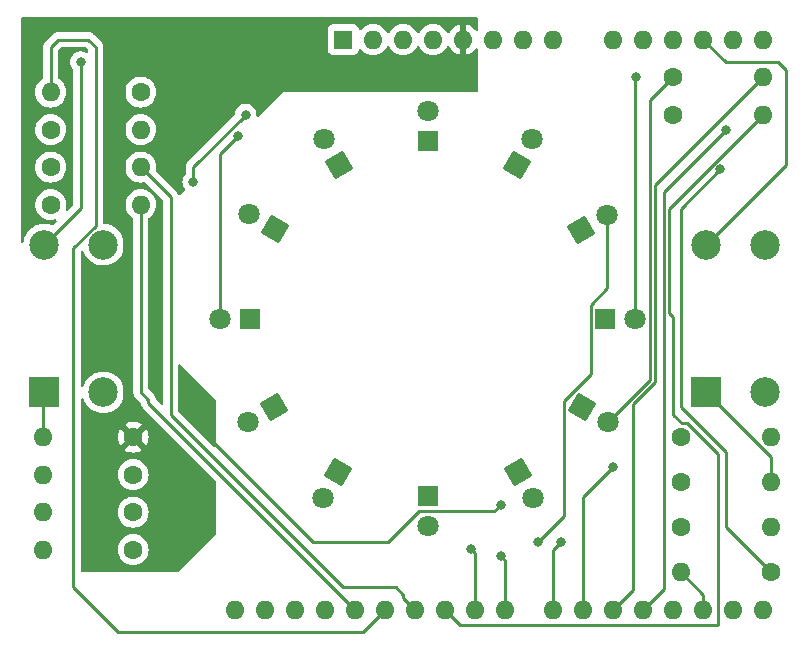
<source format=gbr>
%TF.GenerationSoftware,KiCad,Pcbnew,(6.0.7)*%
%TF.CreationDate,2022-08-22T17:26:44+09:00*%
%TF.ProjectId,LedRouletteShield,4c656452-6f75-46c6-9574-746553686965,rev?*%
%TF.SameCoordinates,Original*%
%TF.FileFunction,Copper,L1,Top*%
%TF.FilePolarity,Positive*%
%FSLAX46Y46*%
G04 Gerber Fmt 4.6, Leading zero omitted, Abs format (unit mm)*
G04 Created by KiCad (PCBNEW (6.0.7)) date 2022-08-22 17:26:44*
%MOMM*%
%LPD*%
G01*
G04 APERTURE LIST*
G04 Aperture macros list*
%AMRotRect*
0 Rectangle, with rotation*
0 The origin of the aperture is its center*
0 $1 length*
0 $2 width*
0 $3 Rotation angle, in degrees counterclockwise*
0 Add horizontal line*
21,1,$1,$2,0,0,$3*%
G04 Aperture macros list end*
%TA.AperFunction,ComponentPad*%
%ADD10R,1.600000X1.600000*%
%TD*%
%TA.AperFunction,ComponentPad*%
%ADD11O,1.600000X1.600000*%
%TD*%
%TA.AperFunction,ComponentPad*%
%ADD12C,1.600000*%
%TD*%
%TA.AperFunction,ComponentPad*%
%ADD13RotRect,1.800000X1.800000X150.000000*%
%TD*%
%TA.AperFunction,ComponentPad*%
%ADD14C,1.800000*%
%TD*%
%TA.AperFunction,ComponentPad*%
%ADD15R,2.500000X2.500000*%
%TD*%
%TA.AperFunction,ComponentPad*%
%ADD16C,2.500000*%
%TD*%
%TA.AperFunction,ComponentPad*%
%ADD17R,1.800000X1.800000*%
%TD*%
%TA.AperFunction,ComponentPad*%
%ADD18RotRect,1.800000X1.800000X330.000000*%
%TD*%
%TA.AperFunction,ComponentPad*%
%ADD19RotRect,1.800000X1.800000X240.000000*%
%TD*%
%TA.AperFunction,ComponentPad*%
%ADD20RotRect,1.800000X1.800000X210.000000*%
%TD*%
%TA.AperFunction,ComponentPad*%
%ADD21RotRect,1.800000X1.800000X60.000000*%
%TD*%
%TA.AperFunction,ComponentPad*%
%ADD22RotRect,1.800000X1.800000X30.000000*%
%TD*%
%TA.AperFunction,ComponentPad*%
%ADD23RotRect,1.800000X1.800000X300.000000*%
%TD*%
%TA.AperFunction,ComponentPad*%
%ADD24RotRect,1.800000X1.800000X120.000000*%
%TD*%
%TA.AperFunction,ViaPad*%
%ADD25C,0.800000*%
%TD*%
%TA.AperFunction,Conductor*%
%ADD26C,0.250000*%
%TD*%
G04 APERTURE END LIST*
D10*
%TO.P,A1,1,NC*%
%TO.N,unconnected-(A1-Pad1)*%
X170815000Y-32385000D03*
D11*
%TO.P,A1,2,IOREF*%
%TO.N,unconnected-(A1-Pad2)*%
X173355000Y-32385000D03*
%TO.P,A1,3,~{RESET}*%
%TO.N,unconnected-(A1-Pad3)*%
X175895000Y-32385000D03*
%TO.P,A1,4,3V3*%
%TO.N,unconnected-(A1-Pad4)*%
X178435000Y-32385000D03*
%TO.P,A1,5,+5V*%
%TO.N,+5V*%
X180975000Y-32385000D03*
%TO.P,A1,6,GND*%
%TO.N,GND*%
X183515000Y-32385000D03*
%TO.P,A1,7,GND*%
X186055000Y-32385000D03*
%TO.P,A1,8,VIN*%
%TO.N,unconnected-(A1-Pad8)*%
X188595000Y-32385000D03*
%TO.P,A1,9,A0*%
%TO.N,unconnected-(A1-Pad9)*%
X193675000Y-32385000D03*
%TO.P,A1,10,A1*%
%TO.N,unconnected-(A1-Pad10)*%
X196215000Y-32385000D03*
%TO.P,A1,11,A2*%
%TO.N,A2*%
X198755000Y-32385000D03*
%TO.P,A1,12,A3*%
%TO.N,A3*%
X201295000Y-32385000D03*
%TO.P,A1,13,SDA/A4*%
%TO.N,unconnected-(A1-Pad13)*%
X203835000Y-32385000D03*
%TO.P,A1,14,SCL/A5*%
%TO.N,unconnected-(A1-Pad14)*%
X206375000Y-32385000D03*
%TO.P,A1,15,D0/RX*%
%TO.N,unconnected-(A1-Pad15)*%
X206375000Y-80645000D03*
%TO.P,A1,16,D1/TX*%
%TO.N,unconnected-(A1-Pad16)*%
X203835000Y-80645000D03*
%TO.P,A1,17,D2*%
%TO.N,S01*%
X201295000Y-80645000D03*
%TO.P,A1,18,D3*%
%TO.N,S02*%
X198755000Y-80645000D03*
%TO.P,A1,19,D4*%
%TO.N,S03*%
X196215000Y-80645000D03*
%TO.P,A1,20,D5*%
%TO.N,S04*%
X193675000Y-80645000D03*
%TO.P,A1,21,D6*%
%TO.N,S05*%
X191135000Y-80645000D03*
%TO.P,A1,22,D7*%
%TO.N,S06*%
X188595000Y-80645000D03*
%TO.P,A1,23,D8*%
%TO.N,S07*%
X184535000Y-80645000D03*
%TO.P,A1,24,D9*%
%TO.N,S08*%
X181995000Y-80645000D03*
%TO.P,A1,25,D10*%
%TO.N,S09*%
X179455000Y-80645000D03*
%TO.P,A1,26,D11*%
%TO.N,S10*%
X176915000Y-80645000D03*
%TO.P,A1,27,D12*%
%TO.N,S11*%
X174375000Y-80645000D03*
%TO.P,A1,28,D13*%
%TO.N,S12*%
X171835000Y-80645000D03*
%TO.P,A1,29,GND*%
%TO.N,GND*%
X169295000Y-80645000D03*
%TO.P,A1,30,AREF*%
%TO.N,unconnected-(A1-Pad30)*%
X166755000Y-80645000D03*
%TO.P,A1,31,SDA/A4*%
%TO.N,unconnected-(A1-Pad31)*%
X164215000Y-80645000D03*
%TO.P,A1,32,SCL/A5*%
%TO.N,unconnected-(A1-Pad32)*%
X161675000Y-80645000D03*
%TD*%
D12*
%TO.P,R9,1*%
%TO.N,Net-(D7-Pad2)*%
X153035000Y-72390000D03*
D11*
%TO.P,R9,2*%
%TO.N,S07*%
X145415000Y-72390000D03*
%TD*%
D13*
%TO.P,D10,1,K*%
%TO.N,GND*%
X165020000Y-48450000D03*
D14*
%TO.P,D10,2,A*%
%TO.N,Net-(D10-Pad2)*%
X162820295Y-47180000D03*
%TD*%
D15*
%TO.P,S2,1*%
%TO.N,Net-(R2-Pad2)*%
X201500000Y-62250000D03*
D16*
%TO.P,S2,2*%
%TO.N,GND*%
X206500000Y-62250000D03*
%TO.P,S2,3*%
%TO.N,A3*%
X201500000Y-49750000D03*
%TO.P,S2,4*%
%TO.N,unconnected-(S2-Pad4)*%
X206500000Y-49750000D03*
%TD*%
D12*
%TO.P,R4,1*%
%TO.N,Net-(D2-Pad2)*%
X153035000Y-75565000D03*
D11*
%TO.P,R4,2*%
%TO.N,S02*%
X145415000Y-75565000D03*
%TD*%
D12*
%TO.P,R7,1*%
%TO.N,Net-(D5-Pad2)*%
X199390000Y-66040000D03*
D11*
%TO.P,R7,2*%
%TO.N,S05*%
X207010000Y-66040000D03*
%TD*%
D12*
%TO.P,R11,1*%
%TO.N,Net-(D9-Pad2)*%
X198755000Y-38735000D03*
D11*
%TO.P,R11,2*%
%TO.N,S09*%
X206375000Y-38735000D03*
%TD*%
D17*
%TO.P,D12,1,K*%
%TO.N,GND*%
X178000000Y-41000000D03*
D14*
%TO.P,D12,2,A*%
%TO.N,Net-(D12-Pad2)*%
X178000000Y-38460000D03*
%TD*%
D12*
%TO.P,R1,1*%
%TO.N,+5V*%
X153035000Y-66040000D03*
D11*
%TO.P,R1,2*%
%TO.N,Net-(R1-Pad2)*%
X145415000Y-66040000D03*
%TD*%
D15*
%TO.P,S1,1*%
%TO.N,Net-(R1-Pad2)*%
X145500000Y-62250000D03*
D16*
%TO.P,S1,2*%
%TO.N,GND*%
X150500000Y-62250000D03*
%TO.P,S1,3*%
%TO.N,A2*%
X145500000Y-49750000D03*
%TO.P,S1,4*%
%TO.N,unconnected-(S1-Pad4)*%
X150500000Y-49750000D03*
%TD*%
D18*
%TO.P,D4,1,K*%
%TO.N,GND*%
X191050000Y-63480000D03*
D14*
%TO.P,D4,2,A*%
%TO.N,Net-(D4-Pad2)*%
X193249705Y-64750000D03*
%TD*%
D19*
%TO.P,D7,1,K*%
%TO.N,GND*%
X170390000Y-69000000D03*
D14*
%TO.P,D7,2,A*%
%TO.N,Net-(D7-Pad2)*%
X169120000Y-71199705D03*
%TD*%
D12*
%TO.P,R10,1*%
%TO.N,Net-(D8-Pad2)*%
X153035000Y-69215000D03*
D11*
%TO.P,R10,2*%
%TO.N,S08*%
X145415000Y-69215000D03*
%TD*%
D20*
%TO.P,D8,1,K*%
%TO.N,GND*%
X164970000Y-63500000D03*
D14*
%TO.P,D8,2,A*%
%TO.N,Net-(D8-Pad2)*%
X162770295Y-64770000D03*
%TD*%
D21*
%TO.P,D1,1,K*%
%TO.N,GND*%
X185500000Y-43030000D03*
D14*
%TO.P,D1,2,A*%
%TO.N,Net-(D1-Pad2)*%
X186770000Y-40830295D03*
%TD*%
D12*
%TO.P,R5,1*%
%TO.N,Net-(D3-Pad2)*%
X146050000Y-40005000D03*
D11*
%TO.P,R5,2*%
%TO.N,S03*%
X153670000Y-40005000D03*
%TD*%
D12*
%TO.P,R12,1*%
%TO.N,Net-(D10-Pad2)*%
X146050000Y-43180000D03*
D11*
%TO.P,R12,2*%
%TO.N,S10*%
X153670000Y-43180000D03*
%TD*%
D22*
%TO.P,D2,1,K*%
%TO.N,GND*%
X190950000Y-48500000D03*
D14*
%TO.P,D2,2,A*%
%TO.N,Net-(D2-Pad2)*%
X193149705Y-47230000D03*
%TD*%
D12*
%TO.P,R6,1*%
%TO.N,Net-(D4-Pad2)*%
X198755000Y-35560000D03*
D11*
%TO.P,R6,2*%
%TO.N,S04*%
X206375000Y-35560000D03*
%TD*%
D17*
%TO.P,D6,1,K*%
%TO.N,GND*%
X177980000Y-71070000D03*
D14*
%TO.P,D6,2,A*%
%TO.N,Net-(D6-Pad2)*%
X177980000Y-73610000D03*
%TD*%
D12*
%TO.P,R13,1*%
%TO.N,Net-(D11-Pad2)*%
X153670000Y-36830000D03*
D11*
%TO.P,R13,2*%
%TO.N,S11*%
X146050000Y-36830000D03*
%TD*%
D17*
%TO.P,D9,1,K*%
%TO.N,GND*%
X162965000Y-56020000D03*
D14*
%TO.P,D9,2,A*%
%TO.N,Net-(D9-Pad2)*%
X160425000Y-56020000D03*
%TD*%
D12*
%TO.P,R14,1*%
%TO.N,Net-(D12-Pad2)*%
X146050000Y-46355000D03*
D11*
%TO.P,R14,2*%
%TO.N,S12*%
X153670000Y-46355000D03*
%TD*%
D23*
%TO.P,D5,1,K*%
%TO.N,GND*%
X185580000Y-68980000D03*
D14*
%TO.P,D5,2,A*%
%TO.N,Net-(D5-Pad2)*%
X186850000Y-71179705D03*
%TD*%
D12*
%TO.P,R3,1*%
%TO.N,Net-(D1-Pad2)*%
X207010000Y-77470000D03*
D11*
%TO.P,R3,2*%
%TO.N,S01*%
X199390000Y-77470000D03*
%TD*%
D12*
%TO.P,R2,1*%
%TO.N,+5V*%
X199390000Y-69850000D03*
D11*
%TO.P,R2,2*%
%TO.N,Net-(R2-Pad2)*%
X207010000Y-69850000D03*
%TD*%
D12*
%TO.P,R8,1*%
%TO.N,Net-(D6-Pad2)*%
X199390000Y-73660000D03*
D11*
%TO.P,R8,2*%
%TO.N,S06*%
X207010000Y-73660000D03*
%TD*%
D24*
%TO.P,D11,1,K*%
%TO.N,GND*%
X170450000Y-42980000D03*
D14*
%TO.P,D11,2,A*%
%TO.N,Net-(D11-Pad2)*%
X169180000Y-40780295D03*
%TD*%
D17*
%TO.P,D3,1,K*%
%TO.N,GND*%
X193010000Y-56040000D03*
D14*
%TO.P,D3,2,A*%
%TO.N,Net-(D3-Pad2)*%
X195550000Y-56040000D03*
%TD*%
D25*
%TO.N,+5V*%
X153035000Y-33565500D03*
X184150000Y-71755000D03*
X158750000Y-64135000D03*
%TO.N,A2*%
X148590000Y-34290000D03*
%TO.N,S03*%
X203200000Y-40005000D03*
%TO.N,S05*%
X193675000Y-68580000D03*
%TO.N,S06*%
X189230000Y-74930000D03*
%TO.N,S07*%
X184150000Y-76110500D03*
%TO.N,S08*%
X181610000Y-75475500D03*
%TO.N,Net-(D1-Pad2)*%
X202759800Y-43374800D03*
%TO.N,Net-(D2-Pad2)*%
X187325000Y-74930000D03*
%TO.N,Net-(D3-Pad2)*%
X195580000Y-35560000D03*
%TO.N,Net-(D9-Pad2)*%
X161925000Y-40550500D03*
%TO.N,Net-(D12-Pad2)*%
X158115000Y-44450000D03*
X162560000Y-38735000D03*
%TD*%
D26*
%TO.N,+5V*%
X168276396Y-74930000D02*
X158750000Y-65403604D01*
X183610000Y-72295000D02*
X177260000Y-72295000D01*
X152235001Y-34454999D02*
X153035000Y-33655000D01*
X152235001Y-65240001D02*
X152235001Y-34454999D01*
X153035000Y-66040000D02*
X152235001Y-65240001D01*
X174625000Y-74930000D02*
X168276396Y-74930000D01*
X177260000Y-72295000D02*
X174625000Y-74930000D01*
X153035000Y-33655000D02*
X153035000Y-33565500D01*
X184150000Y-71755000D02*
X183610000Y-72295000D01*
X158750000Y-65403604D02*
X158750000Y-64135000D01*
%TO.N,A2*%
X148590000Y-34290000D02*
X148590000Y-46660000D01*
X148590000Y-46660000D02*
X145500000Y-49750000D01*
%TO.N,A3*%
X207645000Y-34290000D02*
X208280000Y-34925000D01*
X208280000Y-42970000D02*
X201500000Y-49750000D01*
X203200000Y-34290000D02*
X207645000Y-34290000D01*
X201295000Y-32385000D02*
X203200000Y-34290000D01*
X208280000Y-34925000D02*
X208280000Y-42970000D01*
%TO.N,S01*%
X201295000Y-80645000D02*
X201295000Y-79375000D01*
X201295000Y-79375000D02*
X199390000Y-77470000D01*
%TO.N,S03*%
X196215000Y-80645000D02*
X197936399Y-78923601D01*
X197936399Y-78923601D02*
X197936399Y-45268601D01*
X197936399Y-45268601D02*
X203200000Y-40005000D01*
%TO.N,S04*%
X195358050Y-63278051D02*
X195358050Y-78961950D01*
X206375000Y-35560000D02*
X197225000Y-44710000D01*
X197225000Y-61411101D02*
X195358050Y-63278051D01*
X195358050Y-78961950D02*
X193675000Y-80645000D01*
X197225000Y-44710000D02*
X197225000Y-61411101D01*
%TO.N,S05*%
X193675000Y-68580000D02*
X191135000Y-71120000D01*
X191135000Y-71120000D02*
X191135000Y-80645000D01*
%TO.N,S06*%
X188595000Y-75565000D02*
X188595000Y-80645000D01*
X189230000Y-74930000D02*
X188595000Y-75565000D01*
%TO.N,S07*%
X184150000Y-76110500D02*
X184535000Y-76495500D01*
X184535000Y-76495500D02*
X184535000Y-80645000D01*
%TO.N,S08*%
X181610000Y-75475500D02*
X181995000Y-75860500D01*
X181995000Y-75860500D02*
X181995000Y-80645000D01*
%TO.N,S09*%
X199465991Y-64845991D02*
X199925000Y-64845991D01*
X206375000Y-38735000D02*
X198386399Y-46723601D01*
X198755000Y-64135000D02*
X199465991Y-64845991D01*
X180725000Y-81915000D02*
X179455000Y-80645000D01*
X198755000Y-55880000D02*
X198755000Y-64135000D01*
X202565000Y-67485991D02*
X202565000Y-81915000D01*
X199925000Y-64845991D02*
X202565000Y-67485991D01*
X198386399Y-55511399D02*
X198755000Y-55880000D01*
X202565000Y-81915000D02*
X180725000Y-81915000D01*
X198386399Y-46723601D02*
X198386399Y-55511399D01*
%TO.N,S10*%
X156210000Y-45720000D02*
X156210000Y-64135000D01*
X175895000Y-79625000D02*
X176915000Y-80645000D01*
X170815000Y-78740000D02*
X175260000Y-78740000D01*
X153670000Y-43180000D02*
X156210000Y-45720000D01*
X156210000Y-64135000D02*
X170815000Y-78740000D01*
X175895000Y-79375000D02*
X175895000Y-79625000D01*
X175260000Y-78740000D02*
X175895000Y-79375000D01*
%TO.N,S11*%
X149847613Y-33007613D02*
X149847613Y-48175000D01*
X146685000Y-32385000D02*
X149225000Y-32385000D01*
X172470000Y-82550000D02*
X174375000Y-80645000D01*
X146050000Y-33020000D02*
X146685000Y-32385000D01*
X147955000Y-50067613D02*
X147955000Y-78740000D01*
X151765000Y-82550000D02*
X172470000Y-82550000D01*
X149847613Y-48175000D02*
X147955000Y-50067613D01*
X149225000Y-32385000D02*
X149847613Y-33007613D01*
X147955000Y-78740000D02*
X151765000Y-82550000D01*
X146050000Y-36830000D02*
X146050000Y-33020000D01*
%TO.N,S12*%
X171835000Y-80645000D02*
X154305000Y-63115000D01*
X154305000Y-63115000D02*
X154305000Y-62865000D01*
X153670000Y-62230000D02*
X153670000Y-46355000D01*
X154305000Y-62865000D02*
X153670000Y-62230000D01*
%TO.N,Net-(D1-Pad2)*%
X207010000Y-77470000D02*
X203200000Y-73660000D01*
X199390000Y-59055000D02*
X199390000Y-46744600D01*
X203200000Y-67310000D02*
X199390000Y-63500000D01*
X203200000Y-73660000D02*
X203200000Y-67310000D01*
X199390000Y-63500000D02*
X199390000Y-59055000D01*
X199390000Y-46744600D02*
X202759800Y-43374800D01*
%TO.N,Net-(D2-Pad2)*%
X191770000Y-54830000D02*
X191770000Y-60741534D01*
X189495577Y-72759423D02*
X187325000Y-74930000D01*
X191770000Y-60741534D02*
X189495577Y-63015957D01*
X193149705Y-47230000D02*
X193149705Y-53450295D01*
X189495577Y-63015957D02*
X189495577Y-72759423D01*
X193149705Y-53450295D02*
X191770000Y-54830000D01*
%TO.N,Net-(D3-Pad2)*%
X195550000Y-35590000D02*
X195580000Y-35560000D01*
X195550000Y-56040000D02*
X195550000Y-35590000D01*
%TO.N,Net-(D4-Pad2)*%
X198755000Y-35560000D02*
X196775000Y-37540000D01*
X196775000Y-37540000D02*
X196775000Y-61224705D01*
X196775000Y-61224705D02*
X193249705Y-64750000D01*
%TO.N,Net-(D9-Pad2)*%
X160425000Y-42050500D02*
X160425000Y-56020000D01*
X161925000Y-40550500D02*
X160425000Y-42050500D01*
%TO.N,Net-(D12-Pad2)*%
X158115000Y-44450000D02*
X158115000Y-43180000D01*
X158115000Y-43180000D02*
X162560000Y-38735000D01*
%TO.N,Net-(R1-Pad2)*%
X145415000Y-62335000D02*
X145500000Y-62250000D01*
X145415000Y-66040000D02*
X145415000Y-62335000D01*
%TO.N,Net-(R2-Pad2)*%
X207010000Y-69850000D02*
X207010000Y-67760000D01*
X207010000Y-67760000D02*
X201500000Y-62250000D01*
%TD*%
%TA.AperFunction,Conductor*%
%TO.N,+5V*%
G36*
X182187121Y-30500002D02*
G01*
X182233614Y-30553658D01*
X182245000Y-30606000D01*
X182245000Y-31518699D01*
X182224998Y-31586820D01*
X182171342Y-31633313D01*
X182101068Y-31643417D01*
X182036488Y-31613923D01*
X182015787Y-31590970D01*
X181983972Y-31545533D01*
X181976916Y-31537125D01*
X181822875Y-31383084D01*
X181814467Y-31376028D01*
X181636007Y-31251069D01*
X181626511Y-31245586D01*
X181429053Y-31153510D01*
X181418761Y-31149764D01*
X181246497Y-31103606D01*
X181232401Y-31103942D01*
X181229000Y-31111884D01*
X181229000Y-33652967D01*
X181232973Y-33666498D01*
X181241522Y-33667727D01*
X181418761Y-33620236D01*
X181429053Y-33616490D01*
X181626511Y-33524414D01*
X181636007Y-33518931D01*
X181814467Y-33393972D01*
X181822875Y-33386916D01*
X181976916Y-33232875D01*
X181983972Y-33224467D01*
X182015787Y-33179030D01*
X182071244Y-33134702D01*
X182141863Y-33127393D01*
X182205224Y-33159424D01*
X182241209Y-33220625D01*
X182245000Y-33251301D01*
X182245000Y-36704000D01*
X182224998Y-36772121D01*
X182171342Y-36818614D01*
X182119000Y-36830000D01*
X165735000Y-36830000D01*
X163683232Y-38881768D01*
X163620920Y-38915794D01*
X163550105Y-38910729D01*
X163493269Y-38868182D01*
X163468458Y-38801662D01*
X163468827Y-38779504D01*
X163472814Y-38741567D01*
X163472814Y-38741565D01*
X163473504Y-38735000D01*
X163453542Y-38545072D01*
X163394527Y-38363444D01*
X163299040Y-38198056D01*
X163171253Y-38056134D01*
X163016752Y-37943882D01*
X163010724Y-37941198D01*
X163010722Y-37941197D01*
X162848319Y-37868891D01*
X162848318Y-37868891D01*
X162842288Y-37866206D01*
X162748887Y-37846353D01*
X162661944Y-37827872D01*
X162661939Y-37827872D01*
X162655487Y-37826500D01*
X162464513Y-37826500D01*
X162458061Y-37827872D01*
X162458056Y-37827872D01*
X162371113Y-37846353D01*
X162277712Y-37866206D01*
X162271682Y-37868891D01*
X162271681Y-37868891D01*
X162109278Y-37941197D01*
X162109276Y-37941198D01*
X162103248Y-37943882D01*
X161948747Y-38056134D01*
X161820960Y-38198056D01*
X161725473Y-38363444D01*
X161666458Y-38545072D01*
X161651018Y-38691981D01*
X161649093Y-38710292D01*
X161622080Y-38775949D01*
X161612878Y-38786217D01*
X157722747Y-42676348D01*
X157714461Y-42683888D01*
X157707982Y-42688000D01*
X157702557Y-42693777D01*
X157661357Y-42737651D01*
X157658602Y-42740493D01*
X157638865Y-42760230D01*
X157636385Y-42763427D01*
X157628682Y-42772447D01*
X157598414Y-42804679D01*
X157594595Y-42811625D01*
X157594593Y-42811628D01*
X157588652Y-42822434D01*
X157577801Y-42838953D01*
X157565386Y-42854959D01*
X157562241Y-42862228D01*
X157562238Y-42862232D01*
X157547826Y-42895537D01*
X157542609Y-42906187D01*
X157521305Y-42944940D01*
X157519334Y-42952615D01*
X157519334Y-42952616D01*
X157516267Y-42964562D01*
X157509863Y-42983266D01*
X157501819Y-43001855D01*
X157500580Y-43009678D01*
X157500577Y-43009688D01*
X157494901Y-43045524D01*
X157492495Y-43057144D01*
X157481500Y-43099970D01*
X157481500Y-43120224D01*
X157479949Y-43139934D01*
X157476780Y-43159943D01*
X157477526Y-43167835D01*
X157480941Y-43203961D01*
X157481500Y-43215819D01*
X157481500Y-43747476D01*
X157461498Y-43815597D01*
X157449142Y-43831779D01*
X157375960Y-43913056D01*
X157280473Y-44078444D01*
X157221458Y-44260072D01*
X157220768Y-44266633D01*
X157220768Y-44266635D01*
X157202186Y-44443435D01*
X157201496Y-44450000D01*
X157221458Y-44639928D01*
X157280473Y-44821556D01*
X157375960Y-44986944D01*
X157380378Y-44991851D01*
X157380379Y-44991852D01*
X157391706Y-45004432D01*
X157422423Y-45068440D01*
X157413658Y-45138893D01*
X157387164Y-45177836D01*
X157014786Y-45550214D01*
X156952474Y-45584240D01*
X156881659Y-45579175D01*
X156824823Y-45536628D01*
X156804695Y-45496275D01*
X156796018Y-45466406D01*
X156791985Y-45459587D01*
X156791983Y-45459582D01*
X156785707Y-45448971D01*
X156777010Y-45431221D01*
X156769552Y-45412383D01*
X156743571Y-45376623D01*
X156737053Y-45366701D01*
X156718578Y-45335460D01*
X156718574Y-45335455D01*
X156714542Y-45328637D01*
X156700218Y-45314313D01*
X156687376Y-45299278D01*
X156675472Y-45282893D01*
X156641406Y-45254711D01*
X156632627Y-45246722D01*
X154979152Y-43593247D01*
X154945126Y-43530935D01*
X154946540Y-43471541D01*
X154963543Y-43408087D01*
X154983498Y-43180000D01*
X154963543Y-42951913D01*
X154928849Y-42822434D01*
X154905707Y-42736067D01*
X154905706Y-42736065D01*
X154904284Y-42730757D01*
X154878913Y-42676348D01*
X154809849Y-42528238D01*
X154809846Y-42528233D01*
X154807523Y-42523251D01*
X154676198Y-42335700D01*
X154514300Y-42173802D01*
X154509792Y-42170645D01*
X154509789Y-42170643D01*
X154431611Y-42115902D01*
X154326749Y-42042477D01*
X154321767Y-42040154D01*
X154321762Y-42040151D01*
X154124225Y-41948039D01*
X154124224Y-41948039D01*
X154119243Y-41945716D01*
X154113935Y-41944294D01*
X154113933Y-41944293D01*
X153903402Y-41887881D01*
X153903400Y-41887881D01*
X153898087Y-41886457D01*
X153670000Y-41866502D01*
X153441913Y-41886457D01*
X153436600Y-41887881D01*
X153436598Y-41887881D01*
X153226067Y-41944293D01*
X153226065Y-41944294D01*
X153220757Y-41945716D01*
X153215776Y-41948039D01*
X153215775Y-41948039D01*
X153018238Y-42040151D01*
X153018233Y-42040154D01*
X153013251Y-42042477D01*
X152908389Y-42115902D01*
X152830211Y-42170643D01*
X152830208Y-42170645D01*
X152825700Y-42173802D01*
X152663802Y-42335700D01*
X152532477Y-42523251D01*
X152530154Y-42528233D01*
X152530151Y-42528238D01*
X152461087Y-42676348D01*
X152435716Y-42730757D01*
X152434294Y-42736065D01*
X152434293Y-42736067D01*
X152411151Y-42822434D01*
X152376457Y-42951913D01*
X152356502Y-43180000D01*
X152376457Y-43408087D01*
X152377880Y-43413398D01*
X152377881Y-43413402D01*
X152421534Y-43576314D01*
X152435716Y-43629243D01*
X152438039Y-43634224D01*
X152438039Y-43634225D01*
X152530151Y-43831762D01*
X152530154Y-43831767D01*
X152532477Y-43836749D01*
X152663802Y-44024300D01*
X152825700Y-44186198D01*
X152830208Y-44189355D01*
X152830211Y-44189357D01*
X152908389Y-44244098D01*
X153013251Y-44317523D01*
X153018233Y-44319846D01*
X153018238Y-44319849D01*
X153215775Y-44411961D01*
X153220757Y-44414284D01*
X153226065Y-44415706D01*
X153226067Y-44415707D01*
X153436598Y-44472119D01*
X153436600Y-44472119D01*
X153441913Y-44473543D01*
X153670000Y-44493498D01*
X153898087Y-44473543D01*
X153903398Y-44472120D01*
X153903409Y-44472118D01*
X153961541Y-44456541D01*
X154032517Y-44458230D01*
X154083248Y-44489152D01*
X155539595Y-45945499D01*
X155573621Y-46007811D01*
X155576500Y-46034594D01*
X155576500Y-63186405D01*
X155556498Y-63254526D01*
X155502842Y-63301019D01*
X155432568Y-63311123D01*
X155367988Y-63281629D01*
X155361405Y-63275500D01*
X154973697Y-62887792D01*
X154939671Y-62825480D01*
X154936854Y-62802655D01*
X154935923Y-62773036D01*
X154935674Y-62765111D01*
X154933461Y-62757493D01*
X154930021Y-62745652D01*
X154926012Y-62726293D01*
X154925846Y-62724983D01*
X154923474Y-62706203D01*
X154920558Y-62698837D01*
X154920556Y-62698831D01*
X154907200Y-62665098D01*
X154903355Y-62653868D01*
X154893230Y-62619017D01*
X154893230Y-62619016D01*
X154891019Y-62611407D01*
X154880705Y-62593966D01*
X154872008Y-62576213D01*
X154867472Y-62564758D01*
X154864552Y-62557383D01*
X154838563Y-62521612D01*
X154832047Y-62511692D01*
X154813578Y-62480463D01*
X154809542Y-62473638D01*
X154795221Y-62459317D01*
X154782380Y-62444283D01*
X154775132Y-62434307D01*
X154770472Y-62427893D01*
X154736407Y-62399712D01*
X154727626Y-62391722D01*
X154340404Y-62004499D01*
X154306379Y-61942187D01*
X154303500Y-61915404D01*
X154303500Y-47574394D01*
X154323502Y-47506273D01*
X154357229Y-47471181D01*
X154509789Y-47364357D01*
X154509792Y-47364355D01*
X154514300Y-47361198D01*
X154676198Y-47199300D01*
X154807523Y-47011749D01*
X154809846Y-47006767D01*
X154809849Y-47006762D01*
X154901961Y-46809225D01*
X154901961Y-46809224D01*
X154904284Y-46804243D01*
X154917175Y-46756136D01*
X154962119Y-46588402D01*
X154962119Y-46588400D01*
X154963543Y-46583087D01*
X154983498Y-46355000D01*
X154963543Y-46126913D01*
X154938806Y-46034594D01*
X154905707Y-45911067D01*
X154905706Y-45911065D01*
X154904284Y-45905757D01*
X154861293Y-45813562D01*
X154809849Y-45703238D01*
X154809846Y-45703233D01*
X154807523Y-45698251D01*
X154676198Y-45510700D01*
X154514300Y-45348802D01*
X154509792Y-45345645D01*
X154509789Y-45345643D01*
X154379926Y-45254712D01*
X154326749Y-45217477D01*
X154321767Y-45215154D01*
X154321762Y-45215151D01*
X154124225Y-45123039D01*
X154124224Y-45123039D01*
X154119243Y-45120716D01*
X154113935Y-45119294D01*
X154113933Y-45119293D01*
X153903402Y-45062881D01*
X153903400Y-45062881D01*
X153898087Y-45061457D01*
X153670000Y-45041502D01*
X153441913Y-45061457D01*
X153436600Y-45062881D01*
X153436598Y-45062881D01*
X153226067Y-45119293D01*
X153226065Y-45119294D01*
X153220757Y-45120716D01*
X153215776Y-45123039D01*
X153215775Y-45123039D01*
X153018238Y-45215151D01*
X153018233Y-45215154D01*
X153013251Y-45217477D01*
X152960074Y-45254712D01*
X152830211Y-45345643D01*
X152830208Y-45345645D01*
X152825700Y-45348802D01*
X152663802Y-45510700D01*
X152532477Y-45698251D01*
X152530154Y-45703233D01*
X152530151Y-45703238D01*
X152478707Y-45813562D01*
X152435716Y-45905757D01*
X152434294Y-45911065D01*
X152434293Y-45911067D01*
X152401194Y-46034594D01*
X152376457Y-46126913D01*
X152356502Y-46355000D01*
X152376457Y-46583087D01*
X152377881Y-46588400D01*
X152377881Y-46588402D01*
X152422826Y-46756136D01*
X152435716Y-46804243D01*
X152438039Y-46809224D01*
X152438039Y-46809225D01*
X152530151Y-47006762D01*
X152530154Y-47006767D01*
X152532477Y-47011749D01*
X152663802Y-47199300D01*
X152825700Y-47361198D01*
X152830208Y-47364355D01*
X152830211Y-47364357D01*
X152982771Y-47471181D01*
X153027099Y-47526638D01*
X153036500Y-47574394D01*
X153036500Y-62151233D01*
X153035973Y-62162416D01*
X153034298Y-62169909D01*
X153034547Y-62177835D01*
X153034547Y-62177836D01*
X153036438Y-62237986D01*
X153036500Y-62241945D01*
X153036500Y-62269856D01*
X153036997Y-62273790D01*
X153036997Y-62273791D01*
X153037005Y-62273856D01*
X153037938Y-62285693D01*
X153039327Y-62329889D01*
X153044978Y-62349339D01*
X153048987Y-62368700D01*
X153051526Y-62388797D01*
X153054445Y-62396168D01*
X153054445Y-62396170D01*
X153067804Y-62429912D01*
X153071649Y-62441142D01*
X153079460Y-62468029D01*
X153083982Y-62483593D01*
X153088015Y-62490412D01*
X153088017Y-62490417D01*
X153094293Y-62501028D01*
X153102988Y-62518776D01*
X153110448Y-62537617D01*
X153115110Y-62544033D01*
X153115110Y-62544034D01*
X153136436Y-62573387D01*
X153142952Y-62583307D01*
X153159571Y-62611407D01*
X153165458Y-62621362D01*
X153179779Y-62635683D01*
X153192619Y-62650716D01*
X153204528Y-62667107D01*
X153210634Y-62672158D01*
X153238605Y-62695298D01*
X153247384Y-62703288D01*
X153636304Y-63092208D01*
X153670330Y-63154520D01*
X153673147Y-63177341D01*
X153674327Y-63214889D01*
X153679978Y-63234339D01*
X153683987Y-63253700D01*
X153686526Y-63273797D01*
X153689445Y-63281168D01*
X153689445Y-63281170D01*
X153702804Y-63314912D01*
X153706649Y-63326142D01*
X153718982Y-63368593D01*
X153723015Y-63375412D01*
X153723017Y-63375417D01*
X153729293Y-63386028D01*
X153737988Y-63403776D01*
X153745448Y-63422617D01*
X153750110Y-63429033D01*
X153750110Y-63429034D01*
X153771436Y-63458387D01*
X153777952Y-63468307D01*
X153800458Y-63506362D01*
X153814779Y-63520683D01*
X153827619Y-63535716D01*
X153839528Y-63552107D01*
X153845634Y-63557158D01*
X153873605Y-63580298D01*
X153882384Y-63588288D01*
X159983095Y-69688999D01*
X160017121Y-69751311D01*
X160020000Y-69778094D01*
X160020000Y-74242810D01*
X159999998Y-74310931D01*
X159983095Y-74331905D01*
X156881905Y-77433095D01*
X156819593Y-77467121D01*
X156792810Y-77470000D01*
X148714500Y-77470000D01*
X148646379Y-77449998D01*
X148599886Y-77396342D01*
X148588500Y-77344000D01*
X148588500Y-75565000D01*
X151721502Y-75565000D01*
X151741457Y-75793087D01*
X151800716Y-76014243D01*
X151803039Y-76019224D01*
X151803039Y-76019225D01*
X151895151Y-76216762D01*
X151895154Y-76216767D01*
X151897477Y-76221749D01*
X152028802Y-76409300D01*
X152190700Y-76571198D01*
X152195208Y-76574355D01*
X152195211Y-76574357D01*
X152273389Y-76629098D01*
X152378251Y-76702523D01*
X152383233Y-76704846D01*
X152383238Y-76704849D01*
X152580775Y-76796961D01*
X152585757Y-76799284D01*
X152591065Y-76800706D01*
X152591067Y-76800707D01*
X152801598Y-76857119D01*
X152801600Y-76857119D01*
X152806913Y-76858543D01*
X153035000Y-76878498D01*
X153263087Y-76858543D01*
X153268400Y-76857119D01*
X153268402Y-76857119D01*
X153478933Y-76800707D01*
X153478935Y-76800706D01*
X153484243Y-76799284D01*
X153489225Y-76796961D01*
X153686762Y-76704849D01*
X153686767Y-76704846D01*
X153691749Y-76702523D01*
X153796611Y-76629098D01*
X153874789Y-76574357D01*
X153874792Y-76574355D01*
X153879300Y-76571198D01*
X154041198Y-76409300D01*
X154172523Y-76221749D01*
X154174846Y-76216767D01*
X154174849Y-76216762D01*
X154266961Y-76019225D01*
X154266961Y-76019224D01*
X154269284Y-76014243D01*
X154328543Y-75793087D01*
X154348498Y-75565000D01*
X154328543Y-75336913D01*
X154269284Y-75115757D01*
X154225505Y-75021872D01*
X154174849Y-74913238D01*
X154174846Y-74913233D01*
X154172523Y-74908251D01*
X154041198Y-74720700D01*
X153879300Y-74558802D01*
X153874792Y-74555645D01*
X153874789Y-74555643D01*
X153716373Y-74444719D01*
X153691749Y-74427477D01*
X153686767Y-74425154D01*
X153686762Y-74425151D01*
X153489225Y-74333039D01*
X153489224Y-74333039D01*
X153484243Y-74330716D01*
X153478935Y-74329294D01*
X153478933Y-74329293D01*
X153268402Y-74272881D01*
X153268400Y-74272881D01*
X153263087Y-74271457D01*
X153035000Y-74251502D01*
X152806913Y-74271457D01*
X152801600Y-74272881D01*
X152801598Y-74272881D01*
X152591067Y-74329293D01*
X152591065Y-74329294D01*
X152585757Y-74330716D01*
X152580776Y-74333039D01*
X152580775Y-74333039D01*
X152383238Y-74425151D01*
X152383233Y-74425154D01*
X152378251Y-74427477D01*
X152353627Y-74444719D01*
X152195211Y-74555643D01*
X152195208Y-74555645D01*
X152190700Y-74558802D01*
X152028802Y-74720700D01*
X151897477Y-74908251D01*
X151895154Y-74913233D01*
X151895151Y-74913238D01*
X151844495Y-75021872D01*
X151800716Y-75115757D01*
X151741457Y-75336913D01*
X151721502Y-75565000D01*
X148588500Y-75565000D01*
X148588500Y-72390000D01*
X151721502Y-72390000D01*
X151741457Y-72618087D01*
X151742881Y-72623400D01*
X151742881Y-72623402D01*
X151776178Y-72747665D01*
X151800716Y-72839243D01*
X151803039Y-72844224D01*
X151803039Y-72844225D01*
X151895151Y-73041762D01*
X151895154Y-73041767D01*
X151897477Y-73046749D01*
X152028802Y-73234300D01*
X152190700Y-73396198D01*
X152195208Y-73399355D01*
X152195211Y-73399357D01*
X152273389Y-73454098D01*
X152378251Y-73527523D01*
X152383233Y-73529846D01*
X152383238Y-73529849D01*
X152580775Y-73621961D01*
X152585757Y-73624284D01*
X152591065Y-73625706D01*
X152591067Y-73625707D01*
X152801598Y-73682119D01*
X152801600Y-73682119D01*
X152806913Y-73683543D01*
X153035000Y-73703498D01*
X153263087Y-73683543D01*
X153268400Y-73682119D01*
X153268402Y-73682119D01*
X153478933Y-73625707D01*
X153478935Y-73625706D01*
X153484243Y-73624284D01*
X153489225Y-73621961D01*
X153686762Y-73529849D01*
X153686767Y-73529846D01*
X153691749Y-73527523D01*
X153796611Y-73454098D01*
X153874789Y-73399357D01*
X153874792Y-73399355D01*
X153879300Y-73396198D01*
X154041198Y-73234300D01*
X154172523Y-73046749D01*
X154174846Y-73041767D01*
X154174849Y-73041762D01*
X154266961Y-72844225D01*
X154266961Y-72844224D01*
X154269284Y-72839243D01*
X154293823Y-72747665D01*
X154327119Y-72623402D01*
X154327119Y-72623400D01*
X154328543Y-72618087D01*
X154348498Y-72390000D01*
X154328543Y-72161913D01*
X154269284Y-71940757D01*
X154220875Y-71836942D01*
X154174849Y-71738238D01*
X154174846Y-71738233D01*
X154172523Y-71733251D01*
X154041198Y-71545700D01*
X153879300Y-71383802D01*
X153874792Y-71380645D01*
X153874789Y-71380643D01*
X153714983Y-71268746D01*
X153691749Y-71252477D01*
X153686767Y-71250154D01*
X153686762Y-71250151D01*
X153489225Y-71158039D01*
X153489224Y-71158039D01*
X153484243Y-71155716D01*
X153478935Y-71154294D01*
X153478933Y-71154293D01*
X153268402Y-71097881D01*
X153268400Y-71097881D01*
X153263087Y-71096457D01*
X153035000Y-71076502D01*
X152806913Y-71096457D01*
X152801600Y-71097881D01*
X152801598Y-71097881D01*
X152591067Y-71154293D01*
X152591065Y-71154294D01*
X152585757Y-71155716D01*
X152580776Y-71158039D01*
X152580775Y-71158039D01*
X152383238Y-71250151D01*
X152383233Y-71250154D01*
X152378251Y-71252477D01*
X152355017Y-71268746D01*
X152195211Y-71380643D01*
X152195208Y-71380645D01*
X152190700Y-71383802D01*
X152028802Y-71545700D01*
X151897477Y-71733251D01*
X151895154Y-71738233D01*
X151895151Y-71738238D01*
X151849125Y-71836942D01*
X151800716Y-71940757D01*
X151741457Y-72161913D01*
X151721502Y-72390000D01*
X148588500Y-72390000D01*
X148588500Y-69215000D01*
X151721502Y-69215000D01*
X151741457Y-69443087D01*
X151800716Y-69664243D01*
X151803039Y-69669224D01*
X151803039Y-69669225D01*
X151895151Y-69866762D01*
X151895154Y-69866767D01*
X151897477Y-69871749D01*
X152028802Y-70059300D01*
X152190700Y-70221198D01*
X152195208Y-70224355D01*
X152195211Y-70224357D01*
X152273389Y-70279098D01*
X152378251Y-70352523D01*
X152383233Y-70354846D01*
X152383238Y-70354849D01*
X152580775Y-70446961D01*
X152585757Y-70449284D01*
X152591065Y-70450706D01*
X152591067Y-70450707D01*
X152801598Y-70507119D01*
X152801600Y-70507119D01*
X152806913Y-70508543D01*
X153035000Y-70528498D01*
X153263087Y-70508543D01*
X153268400Y-70507119D01*
X153268402Y-70507119D01*
X153478933Y-70450707D01*
X153478935Y-70450706D01*
X153484243Y-70449284D01*
X153489225Y-70446961D01*
X153686762Y-70354849D01*
X153686767Y-70354846D01*
X153691749Y-70352523D01*
X153796611Y-70279098D01*
X153874789Y-70224357D01*
X153874792Y-70224355D01*
X153879300Y-70221198D01*
X154041198Y-70059300D01*
X154172523Y-69871749D01*
X154174846Y-69866767D01*
X154174849Y-69866762D01*
X154266961Y-69669225D01*
X154266961Y-69669224D01*
X154269284Y-69664243D01*
X154328543Y-69443087D01*
X154348498Y-69215000D01*
X154328543Y-68986913D01*
X154327119Y-68981598D01*
X154270707Y-68771067D01*
X154270706Y-68771065D01*
X154269284Y-68765757D01*
X154230336Y-68682232D01*
X154174849Y-68563238D01*
X154174846Y-68563233D01*
X154172523Y-68558251D01*
X154041198Y-68370700D01*
X153879300Y-68208802D01*
X153874792Y-68205645D01*
X153874789Y-68205643D01*
X153796611Y-68150902D01*
X153691749Y-68077477D01*
X153686767Y-68075154D01*
X153686762Y-68075151D01*
X153489225Y-67983039D01*
X153489224Y-67983039D01*
X153484243Y-67980716D01*
X153478935Y-67979294D01*
X153478933Y-67979293D01*
X153268402Y-67922881D01*
X153268400Y-67922881D01*
X153263087Y-67921457D01*
X153035000Y-67901502D01*
X152806913Y-67921457D01*
X152801600Y-67922881D01*
X152801598Y-67922881D01*
X152591067Y-67979293D01*
X152591065Y-67979294D01*
X152585757Y-67980716D01*
X152580776Y-67983039D01*
X152580775Y-67983039D01*
X152383238Y-68075151D01*
X152383233Y-68075154D01*
X152378251Y-68077477D01*
X152273389Y-68150902D01*
X152195211Y-68205643D01*
X152195208Y-68205645D01*
X152190700Y-68208802D01*
X152028802Y-68370700D01*
X151897477Y-68558251D01*
X151895154Y-68563233D01*
X151895151Y-68563238D01*
X151839664Y-68682232D01*
X151800716Y-68765757D01*
X151799294Y-68771065D01*
X151799293Y-68771067D01*
X151742881Y-68981598D01*
X151741457Y-68986913D01*
X151721502Y-69215000D01*
X148588500Y-69215000D01*
X148588500Y-67126062D01*
X152313493Y-67126062D01*
X152322789Y-67138077D01*
X152373994Y-67173931D01*
X152383489Y-67179414D01*
X152580947Y-67271490D01*
X152591239Y-67275236D01*
X152801688Y-67331625D01*
X152812481Y-67333528D01*
X153029525Y-67352517D01*
X153040475Y-67352517D01*
X153257519Y-67333528D01*
X153268312Y-67331625D01*
X153478761Y-67275236D01*
X153489053Y-67271490D01*
X153686511Y-67179414D01*
X153696006Y-67173931D01*
X153748048Y-67137491D01*
X153756424Y-67127012D01*
X153749356Y-67113566D01*
X153047812Y-66412022D01*
X153033868Y-66404408D01*
X153032035Y-66404539D01*
X153025420Y-66408790D01*
X152319923Y-67114287D01*
X152313493Y-67126062D01*
X148588500Y-67126062D01*
X148588500Y-66045475D01*
X151722483Y-66045475D01*
X151741472Y-66262519D01*
X151743375Y-66273312D01*
X151799764Y-66483761D01*
X151803510Y-66494053D01*
X151895586Y-66691511D01*
X151901069Y-66701006D01*
X151937509Y-66753048D01*
X151947988Y-66761424D01*
X151961434Y-66754356D01*
X152662978Y-66052812D01*
X152669356Y-66041132D01*
X153399408Y-66041132D01*
X153399539Y-66042965D01*
X153403790Y-66049580D01*
X154109287Y-66755077D01*
X154121062Y-66761507D01*
X154133077Y-66752211D01*
X154168931Y-66701006D01*
X154174414Y-66691511D01*
X154266490Y-66494053D01*
X154270236Y-66483761D01*
X154326625Y-66273312D01*
X154328528Y-66262519D01*
X154347517Y-66045475D01*
X154347517Y-66034525D01*
X154328528Y-65817481D01*
X154326625Y-65806688D01*
X154270236Y-65596239D01*
X154266490Y-65585947D01*
X154174414Y-65388489D01*
X154168931Y-65378994D01*
X154132491Y-65326952D01*
X154122012Y-65318576D01*
X154108566Y-65325644D01*
X153407022Y-66027188D01*
X153399408Y-66041132D01*
X152669356Y-66041132D01*
X152670592Y-66038868D01*
X152670461Y-66037035D01*
X152666210Y-66030420D01*
X151960713Y-65324923D01*
X151948938Y-65318493D01*
X151936923Y-65327789D01*
X151901069Y-65378994D01*
X151895586Y-65388489D01*
X151803510Y-65585947D01*
X151799764Y-65596239D01*
X151743375Y-65806688D01*
X151741472Y-65817481D01*
X151722483Y-66034525D01*
X151722483Y-66045475D01*
X148588500Y-66045475D01*
X148588500Y-64952988D01*
X152313576Y-64952988D01*
X152320644Y-64966434D01*
X153022188Y-65667978D01*
X153036132Y-65675592D01*
X153037965Y-65675461D01*
X153044580Y-65671210D01*
X153750077Y-64965713D01*
X153756507Y-64953938D01*
X153747211Y-64941923D01*
X153696006Y-64906069D01*
X153686511Y-64900586D01*
X153489053Y-64808510D01*
X153478761Y-64804764D01*
X153268312Y-64748375D01*
X153257519Y-64746472D01*
X153040475Y-64727483D01*
X153029525Y-64727483D01*
X152812481Y-64746472D01*
X152801688Y-64748375D01*
X152591239Y-64804764D01*
X152580947Y-64808510D01*
X152383489Y-64900586D01*
X152373994Y-64906069D01*
X152321952Y-64942509D01*
X152313576Y-64952988D01*
X148588500Y-64952988D01*
X148588500Y-62854030D01*
X148608502Y-62785909D01*
X148662158Y-62739416D01*
X148732432Y-62729312D01*
X148797012Y-62758806D01*
X148833088Y-62811451D01*
X148889026Y-62967252D01*
X148891242Y-62971376D01*
X148989829Y-63154856D01*
X149012737Y-63197491D01*
X149015532Y-63201234D01*
X149015534Y-63201237D01*
X149166330Y-63403177D01*
X149166335Y-63403183D01*
X149169122Y-63406915D01*
X149172431Y-63410195D01*
X149172436Y-63410201D01*
X149318716Y-63555209D01*
X149354743Y-63590923D01*
X149358505Y-63593681D01*
X149358508Y-63593684D01*
X149555736Y-63738297D01*
X149565524Y-63745474D01*
X149569667Y-63747654D01*
X149569669Y-63747655D01*
X149792684Y-63864989D01*
X149792689Y-63864991D01*
X149796834Y-63867172D01*
X150043590Y-63953344D01*
X150048183Y-63954216D01*
X150295785Y-64001224D01*
X150295788Y-64001224D01*
X150300374Y-64002095D01*
X150430958Y-64007226D01*
X150556875Y-64012174D01*
X150556881Y-64012174D01*
X150561543Y-64012357D01*
X150650651Y-64002598D01*
X150816707Y-63984412D01*
X150816712Y-63984411D01*
X150821360Y-63983902D01*
X150934116Y-63954216D01*
X151069594Y-63918548D01*
X151069596Y-63918547D01*
X151074117Y-63917357D01*
X151314262Y-63814182D01*
X151536519Y-63676646D01*
X151540082Y-63673629D01*
X151540087Y-63673626D01*
X151732439Y-63510787D01*
X151732440Y-63510786D01*
X151736005Y-63507768D01*
X151827194Y-63403787D01*
X151905257Y-63314774D01*
X151905261Y-63314769D01*
X151908339Y-63311259D01*
X152049733Y-63091437D01*
X152157083Y-62853129D01*
X152214170Y-62650717D01*
X152226760Y-62606076D01*
X152226761Y-62606073D01*
X152228030Y-62601572D01*
X152244305Y-62473638D01*
X152260616Y-62345421D01*
X152260616Y-62345417D01*
X152261014Y-62342291D01*
X152263431Y-62250000D01*
X152244061Y-61989348D01*
X152240734Y-61974642D01*
X152187408Y-61738980D01*
X152186377Y-61734423D01*
X152091647Y-61490823D01*
X151961951Y-61263902D01*
X151800138Y-61058643D01*
X151609763Y-60879557D01*
X151395009Y-60730576D01*
X151390816Y-60728508D01*
X151164781Y-60617040D01*
X151164778Y-60617039D01*
X151160593Y-60614975D01*
X151114449Y-60600204D01*
X150916123Y-60536720D01*
X150911665Y-60535293D01*
X150653693Y-60493279D01*
X150539942Y-60491790D01*
X150397022Y-60489919D01*
X150397019Y-60489919D01*
X150392345Y-60489858D01*
X150133362Y-60525104D01*
X149882433Y-60598243D01*
X149878180Y-60600203D01*
X149878179Y-60600204D01*
X149841659Y-60617040D01*
X149645072Y-60707668D01*
X149606067Y-60733241D01*
X149430404Y-60848410D01*
X149430399Y-60848414D01*
X149426491Y-60850976D01*
X149231494Y-61025018D01*
X149064363Y-61225970D01*
X148928771Y-61449419D01*
X148926962Y-61453733D01*
X148830697Y-61683301D01*
X148785909Y-61738387D01*
X148718448Y-61760514D01*
X148649734Y-61742656D01*
X148601583Y-61690484D01*
X148588500Y-61634576D01*
X148588500Y-50382208D01*
X148608502Y-50314087D01*
X148625405Y-50293113D01*
X148632849Y-50285669D01*
X148695161Y-50251643D01*
X148765976Y-50256708D01*
X148822812Y-50299255D01*
X148840532Y-50332186D01*
X148889026Y-50467252D01*
X148891242Y-50471376D01*
X148955753Y-50591437D01*
X149012737Y-50697491D01*
X149015532Y-50701234D01*
X149015534Y-50701237D01*
X149166330Y-50903177D01*
X149166335Y-50903183D01*
X149169122Y-50906915D01*
X149172431Y-50910195D01*
X149172436Y-50910201D01*
X149351426Y-51087635D01*
X149354743Y-51090923D01*
X149358505Y-51093681D01*
X149358508Y-51093684D01*
X149561750Y-51242707D01*
X149565524Y-51245474D01*
X149569667Y-51247654D01*
X149569669Y-51247655D01*
X149792684Y-51364989D01*
X149792689Y-51364991D01*
X149796834Y-51367172D01*
X150043590Y-51453344D01*
X150048183Y-51454216D01*
X150295785Y-51501224D01*
X150295788Y-51501224D01*
X150300374Y-51502095D01*
X150430959Y-51507226D01*
X150556875Y-51512174D01*
X150556881Y-51512174D01*
X150561543Y-51512357D01*
X150640977Y-51503657D01*
X150816707Y-51484412D01*
X150816712Y-51484411D01*
X150821360Y-51483902D01*
X150934116Y-51454216D01*
X151069594Y-51418548D01*
X151069596Y-51418547D01*
X151074117Y-51417357D01*
X151314262Y-51314182D01*
X151536519Y-51176646D01*
X151540082Y-51173629D01*
X151540087Y-51173626D01*
X151732439Y-51010787D01*
X151732440Y-51010786D01*
X151736005Y-51007768D01*
X151827729Y-50903177D01*
X151905257Y-50814774D01*
X151905261Y-50814769D01*
X151908339Y-50811259D01*
X152049733Y-50591437D01*
X152157083Y-50353129D01*
X152194275Y-50221256D01*
X152226760Y-50106076D01*
X152226761Y-50106073D01*
X152228030Y-50101572D01*
X152239106Y-50014507D01*
X152260616Y-49845421D01*
X152260616Y-49845417D01*
X152261014Y-49842291D01*
X152263431Y-49750000D01*
X152259436Y-49696244D01*
X152244407Y-49494000D01*
X152244406Y-49493996D01*
X152244061Y-49489348D01*
X152240625Y-49474160D01*
X152187408Y-49238980D01*
X152186377Y-49234423D01*
X152113226Y-49046314D01*
X152093340Y-48995176D01*
X152093339Y-48995173D01*
X152091647Y-48990823D01*
X151961951Y-48763902D01*
X151800138Y-48558643D01*
X151609763Y-48379557D01*
X151395009Y-48230576D01*
X151390816Y-48228508D01*
X151164781Y-48117040D01*
X151164778Y-48117039D01*
X151160593Y-48114975D01*
X151146901Y-48110592D01*
X150916123Y-48036720D01*
X150911665Y-48035293D01*
X150653693Y-47993279D01*
X150605464Y-47992648D01*
X150537611Y-47971757D01*
X150491824Y-47917497D01*
X150481113Y-47866659D01*
X150481113Y-40005000D01*
X152356502Y-40005000D01*
X152376457Y-40233087D01*
X152435716Y-40454243D01*
X152438039Y-40459224D01*
X152438039Y-40459225D01*
X152530151Y-40656762D01*
X152530154Y-40656767D01*
X152532477Y-40661749D01*
X152663802Y-40849300D01*
X152825700Y-41011198D01*
X152830208Y-41014355D01*
X152830211Y-41014357D01*
X152908389Y-41069098D01*
X153013251Y-41142523D01*
X153018233Y-41144846D01*
X153018238Y-41144849D01*
X153215775Y-41236961D01*
X153220757Y-41239284D01*
X153226065Y-41240706D01*
X153226067Y-41240707D01*
X153436598Y-41297119D01*
X153436600Y-41297119D01*
X153441913Y-41298543D01*
X153670000Y-41318498D01*
X153898087Y-41298543D01*
X153903400Y-41297119D01*
X153903402Y-41297119D01*
X154113933Y-41240707D01*
X154113935Y-41240706D01*
X154119243Y-41239284D01*
X154124225Y-41236961D01*
X154321762Y-41144849D01*
X154321767Y-41144846D01*
X154326749Y-41142523D01*
X154431611Y-41069098D01*
X154509789Y-41014357D01*
X154509792Y-41014355D01*
X154514300Y-41011198D01*
X154676198Y-40849300D01*
X154807523Y-40661749D01*
X154809846Y-40656767D01*
X154809849Y-40656762D01*
X154901961Y-40459225D01*
X154901961Y-40459224D01*
X154904284Y-40454243D01*
X154963543Y-40233087D01*
X154983498Y-40005000D01*
X154963543Y-39776913D01*
X154952778Y-39736739D01*
X154905707Y-39561067D01*
X154905706Y-39561065D01*
X154904284Y-39555757D01*
X154901961Y-39550775D01*
X154809849Y-39353238D01*
X154809846Y-39353233D01*
X154807523Y-39348251D01*
X154676198Y-39160700D01*
X154514300Y-38998802D01*
X154509792Y-38995645D01*
X154509789Y-38995643D01*
X154408797Y-38924928D01*
X154326749Y-38867477D01*
X154321767Y-38865154D01*
X154321762Y-38865151D01*
X154124225Y-38773039D01*
X154124224Y-38773039D01*
X154119243Y-38770716D01*
X154113935Y-38769294D01*
X154113933Y-38769293D01*
X153903402Y-38712881D01*
X153903400Y-38712881D01*
X153898087Y-38711457D01*
X153670000Y-38691502D01*
X153441913Y-38711457D01*
X153436600Y-38712881D01*
X153436598Y-38712881D01*
X153226067Y-38769293D01*
X153226065Y-38769294D01*
X153220757Y-38770716D01*
X153215776Y-38773039D01*
X153215775Y-38773039D01*
X153018238Y-38865151D01*
X153018233Y-38865154D01*
X153013251Y-38867477D01*
X152931203Y-38924928D01*
X152830211Y-38995643D01*
X152830208Y-38995645D01*
X152825700Y-38998802D01*
X152663802Y-39160700D01*
X152532477Y-39348251D01*
X152530154Y-39353233D01*
X152530151Y-39353238D01*
X152438039Y-39550775D01*
X152435716Y-39555757D01*
X152434294Y-39561065D01*
X152434293Y-39561067D01*
X152387222Y-39736739D01*
X152376457Y-39776913D01*
X152356502Y-40005000D01*
X150481113Y-40005000D01*
X150481113Y-36830000D01*
X152356502Y-36830000D01*
X152376457Y-37058087D01*
X152377881Y-37063400D01*
X152377881Y-37063402D01*
X152431646Y-37264052D01*
X152435716Y-37279243D01*
X152438039Y-37284224D01*
X152438039Y-37284225D01*
X152530151Y-37481762D01*
X152530154Y-37481767D01*
X152532477Y-37486749D01*
X152663802Y-37674300D01*
X152825700Y-37836198D01*
X152830208Y-37839355D01*
X152830211Y-37839357D01*
X152872390Y-37868891D01*
X153013251Y-37967523D01*
X153018233Y-37969846D01*
X153018238Y-37969849D01*
X153194952Y-38052251D01*
X153220757Y-38064284D01*
X153226065Y-38065706D01*
X153226067Y-38065707D01*
X153436598Y-38122119D01*
X153436600Y-38122119D01*
X153441913Y-38123543D01*
X153670000Y-38143498D01*
X153898087Y-38123543D01*
X153903400Y-38122119D01*
X153903402Y-38122119D01*
X154113933Y-38065707D01*
X154113935Y-38065706D01*
X154119243Y-38064284D01*
X154145048Y-38052251D01*
X154321762Y-37969849D01*
X154321767Y-37969846D01*
X154326749Y-37967523D01*
X154467610Y-37868891D01*
X154509789Y-37839357D01*
X154509792Y-37839355D01*
X154514300Y-37836198D01*
X154676198Y-37674300D01*
X154807523Y-37486749D01*
X154809846Y-37481767D01*
X154809849Y-37481762D01*
X154901961Y-37284225D01*
X154901961Y-37284224D01*
X154904284Y-37279243D01*
X154908355Y-37264052D01*
X154962119Y-37063402D01*
X154962119Y-37063400D01*
X154963543Y-37058087D01*
X154983498Y-36830000D01*
X154963543Y-36601913D01*
X154904284Y-36380757D01*
X154901961Y-36375775D01*
X154809849Y-36178238D01*
X154809846Y-36178233D01*
X154807523Y-36173251D01*
X154676198Y-35985700D01*
X154514300Y-35823802D01*
X154509792Y-35820645D01*
X154509789Y-35820643D01*
X154357228Y-35713819D01*
X154326749Y-35692477D01*
X154321767Y-35690154D01*
X154321762Y-35690151D01*
X154124225Y-35598039D01*
X154124224Y-35598039D01*
X154119243Y-35595716D01*
X154113935Y-35594294D01*
X154113933Y-35594293D01*
X153903402Y-35537881D01*
X153903400Y-35537881D01*
X153898087Y-35536457D01*
X153670000Y-35516502D01*
X153441913Y-35536457D01*
X153436600Y-35537881D01*
X153436598Y-35537881D01*
X153226067Y-35594293D01*
X153226065Y-35594294D01*
X153220757Y-35595716D01*
X153215776Y-35598039D01*
X153215775Y-35598039D01*
X153018238Y-35690151D01*
X153018233Y-35690154D01*
X153013251Y-35692477D01*
X152982772Y-35713819D01*
X152830211Y-35820643D01*
X152830208Y-35820645D01*
X152825700Y-35823802D01*
X152663802Y-35985700D01*
X152532477Y-36173251D01*
X152530154Y-36178233D01*
X152530151Y-36178238D01*
X152438039Y-36375775D01*
X152435716Y-36380757D01*
X152376457Y-36601913D01*
X152356502Y-36830000D01*
X150481113Y-36830000D01*
X150481113Y-33233134D01*
X169506500Y-33233134D01*
X169513255Y-33295316D01*
X169564385Y-33431705D01*
X169651739Y-33548261D01*
X169768295Y-33635615D01*
X169904684Y-33686745D01*
X169966866Y-33693500D01*
X171663134Y-33693500D01*
X171725316Y-33686745D01*
X171861705Y-33635615D01*
X171978261Y-33548261D01*
X172065615Y-33431705D01*
X172116745Y-33295316D01*
X172117917Y-33284526D01*
X172118803Y-33282394D01*
X172119425Y-33279778D01*
X172119848Y-33279879D01*
X172145155Y-33218965D01*
X172203517Y-33178537D01*
X172274471Y-33176078D01*
X172335490Y-33212371D01*
X172342489Y-33221031D01*
X172345643Y-33224789D01*
X172348802Y-33229300D01*
X172510700Y-33391198D01*
X172515208Y-33394355D01*
X172515211Y-33394357D01*
X172556542Y-33423297D01*
X172698251Y-33522523D01*
X172703233Y-33524846D01*
X172703238Y-33524849D01*
X172879952Y-33607251D01*
X172905757Y-33619284D01*
X172911065Y-33620706D01*
X172911067Y-33620707D01*
X173121598Y-33677119D01*
X173121600Y-33677119D01*
X173126913Y-33678543D01*
X173355000Y-33698498D01*
X173583087Y-33678543D01*
X173588400Y-33677119D01*
X173588402Y-33677119D01*
X173798933Y-33620707D01*
X173798935Y-33620706D01*
X173804243Y-33619284D01*
X173830048Y-33607251D01*
X174006762Y-33524849D01*
X174006767Y-33524846D01*
X174011749Y-33522523D01*
X174153458Y-33423297D01*
X174194789Y-33394357D01*
X174194792Y-33394355D01*
X174199300Y-33391198D01*
X174361198Y-33229300D01*
X174367273Y-33220625D01*
X174461271Y-33086381D01*
X174492523Y-33041749D01*
X174494846Y-33036767D01*
X174494849Y-33036762D01*
X174510805Y-33002543D01*
X174557722Y-32949258D01*
X174625999Y-32929797D01*
X174693959Y-32950339D01*
X174739195Y-33002543D01*
X174755151Y-33036762D01*
X174755154Y-33036767D01*
X174757477Y-33041749D01*
X174788729Y-33086381D01*
X174882728Y-33220625D01*
X174888802Y-33229300D01*
X175050700Y-33391198D01*
X175055208Y-33394355D01*
X175055211Y-33394357D01*
X175096542Y-33423297D01*
X175238251Y-33522523D01*
X175243233Y-33524846D01*
X175243238Y-33524849D01*
X175419952Y-33607251D01*
X175445757Y-33619284D01*
X175451065Y-33620706D01*
X175451067Y-33620707D01*
X175661598Y-33677119D01*
X175661600Y-33677119D01*
X175666913Y-33678543D01*
X175895000Y-33698498D01*
X176123087Y-33678543D01*
X176128400Y-33677119D01*
X176128402Y-33677119D01*
X176338933Y-33620707D01*
X176338935Y-33620706D01*
X176344243Y-33619284D01*
X176370048Y-33607251D01*
X176546762Y-33524849D01*
X176546767Y-33524846D01*
X176551749Y-33522523D01*
X176693458Y-33423297D01*
X176734789Y-33394357D01*
X176734792Y-33394355D01*
X176739300Y-33391198D01*
X176901198Y-33229300D01*
X176907273Y-33220625D01*
X177001271Y-33086381D01*
X177032523Y-33041749D01*
X177034846Y-33036767D01*
X177034849Y-33036762D01*
X177050805Y-33002543D01*
X177097722Y-32949258D01*
X177165999Y-32929797D01*
X177233959Y-32950339D01*
X177279195Y-33002543D01*
X177295151Y-33036762D01*
X177295154Y-33036767D01*
X177297477Y-33041749D01*
X177328729Y-33086381D01*
X177422728Y-33220625D01*
X177428802Y-33229300D01*
X177590700Y-33391198D01*
X177595208Y-33394355D01*
X177595211Y-33394357D01*
X177636542Y-33423297D01*
X177778251Y-33522523D01*
X177783233Y-33524846D01*
X177783238Y-33524849D01*
X177959952Y-33607251D01*
X177985757Y-33619284D01*
X177991065Y-33620706D01*
X177991067Y-33620707D01*
X178201598Y-33677119D01*
X178201600Y-33677119D01*
X178206913Y-33678543D01*
X178435000Y-33698498D01*
X178663087Y-33678543D01*
X178668400Y-33677119D01*
X178668402Y-33677119D01*
X178878933Y-33620707D01*
X178878935Y-33620706D01*
X178884243Y-33619284D01*
X178910048Y-33607251D01*
X179086762Y-33524849D01*
X179086767Y-33524846D01*
X179091749Y-33522523D01*
X179233458Y-33423297D01*
X179274789Y-33394357D01*
X179274792Y-33394355D01*
X179279300Y-33391198D01*
X179441198Y-33229300D01*
X179447273Y-33220625D01*
X179541271Y-33086381D01*
X179572523Y-33041749D01*
X179574846Y-33036767D01*
X179574849Y-33036762D01*
X179591081Y-33001951D01*
X179637998Y-32948666D01*
X179706275Y-32929205D01*
X179774235Y-32949747D01*
X179819471Y-33001951D01*
X179835586Y-33036511D01*
X179841069Y-33046007D01*
X179966028Y-33224467D01*
X179973084Y-33232875D01*
X180127125Y-33386916D01*
X180135533Y-33393972D01*
X180313993Y-33518931D01*
X180323489Y-33524414D01*
X180520947Y-33616490D01*
X180531239Y-33620236D01*
X180703503Y-33666394D01*
X180717599Y-33666058D01*
X180721000Y-33658116D01*
X180721000Y-31117033D01*
X180717027Y-31103502D01*
X180708478Y-31102273D01*
X180531239Y-31149764D01*
X180520947Y-31153510D01*
X180323489Y-31245586D01*
X180313993Y-31251069D01*
X180135533Y-31376028D01*
X180127125Y-31383084D01*
X179973084Y-31537125D01*
X179966028Y-31545533D01*
X179841069Y-31723993D01*
X179835586Y-31733489D01*
X179819471Y-31768049D01*
X179772554Y-31821334D01*
X179704277Y-31840795D01*
X179636317Y-31820253D01*
X179591081Y-31768049D01*
X179574849Y-31733238D01*
X179574846Y-31733233D01*
X179572523Y-31728251D01*
X179441198Y-31540700D01*
X179279300Y-31378802D01*
X179274792Y-31375645D01*
X179274789Y-31375643D01*
X179196611Y-31320902D01*
X179091749Y-31247477D01*
X179086767Y-31245154D01*
X179086762Y-31245151D01*
X178889225Y-31153039D01*
X178889224Y-31153039D01*
X178884243Y-31150716D01*
X178878935Y-31149294D01*
X178878933Y-31149293D01*
X178668402Y-31092881D01*
X178668400Y-31092881D01*
X178663087Y-31091457D01*
X178435000Y-31071502D01*
X178206913Y-31091457D01*
X178201600Y-31092881D01*
X178201598Y-31092881D01*
X177991067Y-31149293D01*
X177991065Y-31149294D01*
X177985757Y-31150716D01*
X177980776Y-31153039D01*
X177980775Y-31153039D01*
X177783238Y-31245151D01*
X177783233Y-31245154D01*
X177778251Y-31247477D01*
X177673389Y-31320902D01*
X177595211Y-31375643D01*
X177595208Y-31375645D01*
X177590700Y-31378802D01*
X177428802Y-31540700D01*
X177297477Y-31728251D01*
X177295154Y-31733233D01*
X177295151Y-31733238D01*
X177279195Y-31767457D01*
X177232278Y-31820742D01*
X177164001Y-31840203D01*
X177096041Y-31819661D01*
X177050805Y-31767457D01*
X177034849Y-31733238D01*
X177034846Y-31733233D01*
X177032523Y-31728251D01*
X176901198Y-31540700D01*
X176739300Y-31378802D01*
X176734792Y-31375645D01*
X176734789Y-31375643D01*
X176656611Y-31320902D01*
X176551749Y-31247477D01*
X176546767Y-31245154D01*
X176546762Y-31245151D01*
X176349225Y-31153039D01*
X176349224Y-31153039D01*
X176344243Y-31150716D01*
X176338935Y-31149294D01*
X176338933Y-31149293D01*
X176128402Y-31092881D01*
X176128400Y-31092881D01*
X176123087Y-31091457D01*
X175895000Y-31071502D01*
X175666913Y-31091457D01*
X175661600Y-31092881D01*
X175661598Y-31092881D01*
X175451067Y-31149293D01*
X175451065Y-31149294D01*
X175445757Y-31150716D01*
X175440776Y-31153039D01*
X175440775Y-31153039D01*
X175243238Y-31245151D01*
X175243233Y-31245154D01*
X175238251Y-31247477D01*
X175133389Y-31320902D01*
X175055211Y-31375643D01*
X175055208Y-31375645D01*
X175050700Y-31378802D01*
X174888802Y-31540700D01*
X174757477Y-31728251D01*
X174755154Y-31733233D01*
X174755151Y-31733238D01*
X174739195Y-31767457D01*
X174692278Y-31820742D01*
X174624001Y-31840203D01*
X174556041Y-31819661D01*
X174510805Y-31767457D01*
X174494849Y-31733238D01*
X174494846Y-31733233D01*
X174492523Y-31728251D01*
X174361198Y-31540700D01*
X174199300Y-31378802D01*
X174194792Y-31375645D01*
X174194789Y-31375643D01*
X174116611Y-31320902D01*
X174011749Y-31247477D01*
X174006767Y-31245154D01*
X174006762Y-31245151D01*
X173809225Y-31153039D01*
X173809224Y-31153039D01*
X173804243Y-31150716D01*
X173798935Y-31149294D01*
X173798933Y-31149293D01*
X173588402Y-31092881D01*
X173588400Y-31092881D01*
X173583087Y-31091457D01*
X173355000Y-31071502D01*
X173126913Y-31091457D01*
X173121600Y-31092881D01*
X173121598Y-31092881D01*
X172911067Y-31149293D01*
X172911065Y-31149294D01*
X172905757Y-31150716D01*
X172900776Y-31153039D01*
X172900775Y-31153039D01*
X172703238Y-31245151D01*
X172703233Y-31245154D01*
X172698251Y-31247477D01*
X172593389Y-31320902D01*
X172515211Y-31375643D01*
X172515208Y-31375645D01*
X172510700Y-31378802D01*
X172348802Y-31540700D01*
X172345643Y-31545211D01*
X172342108Y-31549424D01*
X172340974Y-31548473D01*
X172290929Y-31588471D01*
X172220310Y-31595776D01*
X172156951Y-31563742D01*
X172120970Y-31502538D01*
X172117918Y-31485483D01*
X172116745Y-31474684D01*
X172065615Y-31338295D01*
X171978261Y-31221739D01*
X171861705Y-31134385D01*
X171725316Y-31083255D01*
X171663134Y-31076500D01*
X169966866Y-31076500D01*
X169904684Y-31083255D01*
X169768295Y-31134385D01*
X169651739Y-31221739D01*
X169564385Y-31338295D01*
X169513255Y-31474684D01*
X169506500Y-31536866D01*
X169506500Y-33233134D01*
X150481113Y-33233134D01*
X150481113Y-33086381D01*
X150481640Y-33075198D01*
X150483315Y-33067705D01*
X150482942Y-33055819D01*
X150481175Y-32999615D01*
X150481113Y-32995657D01*
X150481113Y-32967757D01*
X150480609Y-32963766D01*
X150479676Y-32951924D01*
X150479627Y-32950339D01*
X150478287Y-32907724D01*
X150476075Y-32900110D01*
X150476074Y-32900105D01*
X150472636Y-32888272D01*
X150468625Y-32868908D01*
X150467080Y-32856677D01*
X150466087Y-32848816D01*
X150463170Y-32841449D01*
X150463169Y-32841444D01*
X150449811Y-32807705D01*
X150445967Y-32796478D01*
X150435843Y-32761635D01*
X150433631Y-32754020D01*
X150423320Y-32736585D01*
X150414625Y-32718837D01*
X150407165Y-32699996D01*
X150398958Y-32688699D01*
X150381177Y-32664226D01*
X150374661Y-32654306D01*
X150356193Y-32623078D01*
X150356191Y-32623075D01*
X150352155Y-32616251D01*
X150337834Y-32601930D01*
X150324993Y-32586896D01*
X150317745Y-32576920D01*
X150313085Y-32570506D01*
X150279020Y-32542325D01*
X150270239Y-32534335D01*
X149728647Y-31992742D01*
X149721113Y-31984463D01*
X149717000Y-31977982D01*
X149667348Y-31931356D01*
X149664507Y-31928602D01*
X149644770Y-31908865D01*
X149641573Y-31906385D01*
X149632551Y-31898680D01*
X149628397Y-31894779D01*
X149600321Y-31868414D01*
X149593375Y-31864595D01*
X149593372Y-31864593D01*
X149582566Y-31858652D01*
X149566047Y-31847801D01*
X149565583Y-31847441D01*
X149550041Y-31835386D01*
X149542772Y-31832241D01*
X149542768Y-31832238D01*
X149509463Y-31817826D01*
X149498813Y-31812609D01*
X149460060Y-31791305D01*
X149440437Y-31786267D01*
X149421734Y-31779863D01*
X149410420Y-31774967D01*
X149410419Y-31774967D01*
X149403145Y-31771819D01*
X149395322Y-31770580D01*
X149395312Y-31770577D01*
X149359476Y-31764901D01*
X149347856Y-31762495D01*
X149312711Y-31753472D01*
X149312710Y-31753472D01*
X149305030Y-31751500D01*
X149284776Y-31751500D01*
X149265065Y-31749949D01*
X149252886Y-31748020D01*
X149245057Y-31746780D01*
X149215786Y-31749547D01*
X149201039Y-31750941D01*
X149189181Y-31751500D01*
X146763768Y-31751500D01*
X146752585Y-31750973D01*
X146745092Y-31749298D01*
X146737166Y-31749547D01*
X146737165Y-31749547D01*
X146677002Y-31751438D01*
X146673044Y-31751500D01*
X146645144Y-31751500D01*
X146641154Y-31752004D01*
X146629320Y-31752936D01*
X146585111Y-31754326D01*
X146577495Y-31756539D01*
X146577493Y-31756539D01*
X146565652Y-31759979D01*
X146546293Y-31763988D01*
X146544983Y-31764154D01*
X146526203Y-31766526D01*
X146518837Y-31769442D01*
X146518831Y-31769444D01*
X146485098Y-31782800D01*
X146473868Y-31786645D01*
X146457828Y-31791305D01*
X146431407Y-31798981D01*
X146424584Y-31803016D01*
X146413966Y-31809295D01*
X146396213Y-31817992D01*
X146391998Y-31819661D01*
X146377383Y-31825448D01*
X146357021Y-31840242D01*
X146341612Y-31851437D01*
X146331695Y-31857951D01*
X146293638Y-31880458D01*
X146279317Y-31894779D01*
X146264284Y-31907619D01*
X146247893Y-31919528D01*
X146221516Y-31951413D01*
X146219712Y-31953593D01*
X146211722Y-31962374D01*
X145657742Y-32516353D01*
X145649463Y-32523887D01*
X145642982Y-32528000D01*
X145607812Y-32565453D01*
X145596357Y-32577651D01*
X145593602Y-32580493D01*
X145573865Y-32600230D01*
X145571385Y-32603427D01*
X145563682Y-32612447D01*
X145533414Y-32644679D01*
X145529595Y-32651625D01*
X145529593Y-32651628D01*
X145523652Y-32662434D01*
X145512801Y-32678953D01*
X145500386Y-32694959D01*
X145497241Y-32702228D01*
X145497238Y-32702232D01*
X145482826Y-32735537D01*
X145477609Y-32746187D01*
X145456305Y-32784940D01*
X145454334Y-32792615D01*
X145454334Y-32792616D01*
X145451267Y-32804562D01*
X145444863Y-32823266D01*
X145436819Y-32841855D01*
X145435580Y-32849678D01*
X145435577Y-32849688D01*
X145429901Y-32885524D01*
X145427495Y-32897144D01*
X145416500Y-32939970D01*
X145416500Y-32960224D01*
X145414949Y-32979934D01*
X145411780Y-32999943D01*
X145412526Y-33007835D01*
X145415941Y-33043961D01*
X145416500Y-33055819D01*
X145416500Y-35610606D01*
X145396498Y-35678727D01*
X145362771Y-35713819D01*
X145210211Y-35820643D01*
X145210208Y-35820645D01*
X145205700Y-35823802D01*
X145043802Y-35985700D01*
X144912477Y-36173251D01*
X144910154Y-36178233D01*
X144910151Y-36178238D01*
X144818039Y-36375775D01*
X144815716Y-36380757D01*
X144756457Y-36601913D01*
X144736502Y-36830000D01*
X144756457Y-37058087D01*
X144757881Y-37063400D01*
X144757881Y-37063402D01*
X144811646Y-37264052D01*
X144815716Y-37279243D01*
X144818039Y-37284224D01*
X144818039Y-37284225D01*
X144910151Y-37481762D01*
X144910154Y-37481767D01*
X144912477Y-37486749D01*
X145043802Y-37674300D01*
X145205700Y-37836198D01*
X145210208Y-37839355D01*
X145210211Y-37839357D01*
X145252390Y-37868891D01*
X145393251Y-37967523D01*
X145398233Y-37969846D01*
X145398238Y-37969849D01*
X145574952Y-38052251D01*
X145600757Y-38064284D01*
X145606065Y-38065706D01*
X145606067Y-38065707D01*
X145816598Y-38122119D01*
X145816600Y-38122119D01*
X145821913Y-38123543D01*
X146050000Y-38143498D01*
X146278087Y-38123543D01*
X146283400Y-38122119D01*
X146283402Y-38122119D01*
X146493933Y-38065707D01*
X146493935Y-38065706D01*
X146499243Y-38064284D01*
X146525048Y-38052251D01*
X146701762Y-37969849D01*
X146701767Y-37969846D01*
X146706749Y-37967523D01*
X146847610Y-37868891D01*
X146889789Y-37839357D01*
X146889792Y-37839355D01*
X146894300Y-37836198D01*
X147056198Y-37674300D01*
X147187523Y-37486749D01*
X147189846Y-37481767D01*
X147189849Y-37481762D01*
X147281961Y-37284225D01*
X147281961Y-37284224D01*
X147284284Y-37279243D01*
X147288355Y-37264052D01*
X147342119Y-37063402D01*
X147342119Y-37063400D01*
X147343543Y-37058087D01*
X147363498Y-36830000D01*
X147343543Y-36601913D01*
X147284284Y-36380757D01*
X147281961Y-36375775D01*
X147189849Y-36178238D01*
X147189846Y-36178233D01*
X147187523Y-36173251D01*
X147056198Y-35985700D01*
X146894300Y-35823802D01*
X146889792Y-35820645D01*
X146889789Y-35820643D01*
X146737229Y-35713819D01*
X146692901Y-35658362D01*
X146683500Y-35610606D01*
X146683500Y-33334594D01*
X146703502Y-33266473D01*
X146720405Y-33245499D01*
X146910499Y-33055405D01*
X146972811Y-33021379D01*
X146999594Y-33018500D01*
X148910405Y-33018500D01*
X148978526Y-33038502D01*
X148999501Y-33055405D01*
X149177209Y-33233114D01*
X149211234Y-33295426D01*
X149214113Y-33322209D01*
X149214113Y-33379373D01*
X149194111Y-33447494D01*
X149140455Y-33493987D01*
X149070181Y-33504091D01*
X149036867Y-33494481D01*
X148872288Y-33421206D01*
X148778887Y-33401353D01*
X148691944Y-33382872D01*
X148691939Y-33382872D01*
X148685487Y-33381500D01*
X148494513Y-33381500D01*
X148488061Y-33382872D01*
X148488056Y-33382872D01*
X148401113Y-33401353D01*
X148307712Y-33421206D01*
X148301682Y-33423891D01*
X148301681Y-33423891D01*
X148139278Y-33496197D01*
X148139276Y-33496198D01*
X148133248Y-33498882D01*
X147978747Y-33611134D01*
X147974326Y-33616044D01*
X147974325Y-33616045D01*
X147904917Y-33693131D01*
X147850960Y-33753056D01*
X147755473Y-33918444D01*
X147696458Y-34100072D01*
X147676496Y-34290000D01*
X147696458Y-34479928D01*
X147755473Y-34661556D01*
X147850960Y-34826944D01*
X147924137Y-34908215D01*
X147954853Y-34972221D01*
X147956500Y-34992524D01*
X147956500Y-46345406D01*
X147936498Y-46413527D01*
X147919595Y-46434501D01*
X147519588Y-46834508D01*
X147457276Y-46868534D01*
X147386461Y-46863469D01*
X147329625Y-46820922D01*
X147304814Y-46754402D01*
X147308786Y-46712802D01*
X147342119Y-46588402D01*
X147342119Y-46588400D01*
X147343543Y-46583087D01*
X147363498Y-46355000D01*
X147343543Y-46126913D01*
X147318806Y-46034594D01*
X147285707Y-45911067D01*
X147285706Y-45911065D01*
X147284284Y-45905757D01*
X147241293Y-45813562D01*
X147189849Y-45703238D01*
X147189846Y-45703233D01*
X147187523Y-45698251D01*
X147056198Y-45510700D01*
X146894300Y-45348802D01*
X146889792Y-45345645D01*
X146889789Y-45345643D01*
X146759926Y-45254712D01*
X146706749Y-45217477D01*
X146701767Y-45215154D01*
X146701762Y-45215151D01*
X146504225Y-45123039D01*
X146504224Y-45123039D01*
X146499243Y-45120716D01*
X146493935Y-45119294D01*
X146493933Y-45119293D01*
X146283402Y-45062881D01*
X146283400Y-45062881D01*
X146278087Y-45061457D01*
X146050000Y-45041502D01*
X145821913Y-45061457D01*
X145816600Y-45062881D01*
X145816598Y-45062881D01*
X145606067Y-45119293D01*
X145606065Y-45119294D01*
X145600757Y-45120716D01*
X145595776Y-45123039D01*
X145595775Y-45123039D01*
X145398238Y-45215151D01*
X145398233Y-45215154D01*
X145393251Y-45217477D01*
X145340074Y-45254712D01*
X145210211Y-45345643D01*
X145210208Y-45345645D01*
X145205700Y-45348802D01*
X145043802Y-45510700D01*
X144912477Y-45698251D01*
X144910154Y-45703233D01*
X144910151Y-45703238D01*
X144858707Y-45813562D01*
X144815716Y-45905757D01*
X144814294Y-45911065D01*
X144814293Y-45911067D01*
X144781194Y-46034594D01*
X144756457Y-46126913D01*
X144736502Y-46355000D01*
X144756457Y-46583087D01*
X144757881Y-46588400D01*
X144757881Y-46588402D01*
X144802826Y-46756136D01*
X144815716Y-46804243D01*
X144818039Y-46809224D01*
X144818039Y-46809225D01*
X144910151Y-47006762D01*
X144910154Y-47006767D01*
X144912477Y-47011749D01*
X145043802Y-47199300D01*
X145205700Y-47361198D01*
X145210208Y-47364355D01*
X145210211Y-47364357D01*
X145288389Y-47419098D01*
X145393251Y-47492523D01*
X145398233Y-47494846D01*
X145398238Y-47494849D01*
X145568825Y-47574394D01*
X145600757Y-47589284D01*
X145606065Y-47590706D01*
X145606067Y-47590707D01*
X145816598Y-47647119D01*
X145816600Y-47647119D01*
X145821913Y-47648543D01*
X146050000Y-47668498D01*
X146278087Y-47648543D01*
X146283400Y-47647119D01*
X146283402Y-47647119D01*
X146407801Y-47613786D01*
X146478777Y-47615476D01*
X146537573Y-47655270D01*
X146565521Y-47720534D01*
X146553748Y-47790548D01*
X146529507Y-47824588D01*
X146274410Y-48079685D01*
X146212098Y-48113711D01*
X146146903Y-48110592D01*
X145916127Y-48036721D01*
X145916123Y-48036720D01*
X145911665Y-48035293D01*
X145653693Y-47993279D01*
X145539942Y-47991790D01*
X145397022Y-47989919D01*
X145397019Y-47989919D01*
X145392345Y-47989858D01*
X145133362Y-48025104D01*
X144882433Y-48098243D01*
X144878180Y-48100203D01*
X144878179Y-48100204D01*
X144841659Y-48117040D01*
X144645072Y-48207668D01*
X144606067Y-48233241D01*
X144430404Y-48348410D01*
X144430399Y-48348414D01*
X144426491Y-48350976D01*
X144231494Y-48525018D01*
X144064363Y-48725970D01*
X143928771Y-48949419D01*
X143827697Y-49190455D01*
X143763359Y-49443783D01*
X143762890Y-49448437D01*
X143762890Y-49448439D01*
X143761366Y-49463575D01*
X143734640Y-49529349D01*
X143676596Y-49570233D01*
X143605664Y-49573246D01*
X143544363Y-49537431D01*
X143512156Y-49474160D01*
X143510000Y-49450952D01*
X143510000Y-43180000D01*
X144736502Y-43180000D01*
X144756457Y-43408087D01*
X144757880Y-43413398D01*
X144757881Y-43413402D01*
X144801534Y-43576314D01*
X144815716Y-43629243D01*
X144818039Y-43634224D01*
X144818039Y-43634225D01*
X144910151Y-43831762D01*
X144910154Y-43831767D01*
X144912477Y-43836749D01*
X145043802Y-44024300D01*
X145205700Y-44186198D01*
X145210208Y-44189355D01*
X145210211Y-44189357D01*
X145288389Y-44244098D01*
X145393251Y-44317523D01*
X145398233Y-44319846D01*
X145398238Y-44319849D01*
X145595775Y-44411961D01*
X145600757Y-44414284D01*
X145606065Y-44415706D01*
X145606067Y-44415707D01*
X145816598Y-44472119D01*
X145816600Y-44472119D01*
X145821913Y-44473543D01*
X146050000Y-44493498D01*
X146278087Y-44473543D01*
X146283400Y-44472119D01*
X146283402Y-44472119D01*
X146493933Y-44415707D01*
X146493935Y-44415706D01*
X146499243Y-44414284D01*
X146504225Y-44411961D01*
X146701762Y-44319849D01*
X146701767Y-44319846D01*
X146706749Y-44317523D01*
X146811611Y-44244098D01*
X146889789Y-44189357D01*
X146889792Y-44189355D01*
X146894300Y-44186198D01*
X147056198Y-44024300D01*
X147187523Y-43836749D01*
X147189846Y-43831767D01*
X147189849Y-43831762D01*
X147281961Y-43634225D01*
X147281961Y-43634224D01*
X147284284Y-43629243D01*
X147298467Y-43576314D01*
X147342119Y-43413402D01*
X147342120Y-43413398D01*
X147343543Y-43408087D01*
X147363498Y-43180000D01*
X147343543Y-42951913D01*
X147308849Y-42822434D01*
X147285707Y-42736067D01*
X147285706Y-42736065D01*
X147284284Y-42730757D01*
X147258913Y-42676348D01*
X147189849Y-42528238D01*
X147189846Y-42528233D01*
X147187523Y-42523251D01*
X147056198Y-42335700D01*
X146894300Y-42173802D01*
X146889792Y-42170645D01*
X146889789Y-42170643D01*
X146811611Y-42115902D01*
X146706749Y-42042477D01*
X146701767Y-42040154D01*
X146701762Y-42040151D01*
X146504225Y-41948039D01*
X146504224Y-41948039D01*
X146499243Y-41945716D01*
X146493935Y-41944294D01*
X146493933Y-41944293D01*
X146283402Y-41887881D01*
X146283400Y-41887881D01*
X146278087Y-41886457D01*
X146050000Y-41866502D01*
X145821913Y-41886457D01*
X145816600Y-41887881D01*
X145816598Y-41887881D01*
X145606067Y-41944293D01*
X145606065Y-41944294D01*
X145600757Y-41945716D01*
X145595776Y-41948039D01*
X145595775Y-41948039D01*
X145398238Y-42040151D01*
X145398233Y-42040154D01*
X145393251Y-42042477D01*
X145288389Y-42115902D01*
X145210211Y-42170643D01*
X145210208Y-42170645D01*
X145205700Y-42173802D01*
X145043802Y-42335700D01*
X144912477Y-42523251D01*
X144910154Y-42528233D01*
X144910151Y-42528238D01*
X144841087Y-42676348D01*
X144815716Y-42730757D01*
X144814294Y-42736065D01*
X144814293Y-42736067D01*
X144791151Y-42822434D01*
X144756457Y-42951913D01*
X144736502Y-43180000D01*
X143510000Y-43180000D01*
X143510000Y-40005000D01*
X144736502Y-40005000D01*
X144756457Y-40233087D01*
X144815716Y-40454243D01*
X144818039Y-40459224D01*
X144818039Y-40459225D01*
X144910151Y-40656762D01*
X144910154Y-40656767D01*
X144912477Y-40661749D01*
X145043802Y-40849300D01*
X145205700Y-41011198D01*
X145210208Y-41014355D01*
X145210211Y-41014357D01*
X145288389Y-41069098D01*
X145393251Y-41142523D01*
X145398233Y-41144846D01*
X145398238Y-41144849D01*
X145595775Y-41236961D01*
X145600757Y-41239284D01*
X145606065Y-41240706D01*
X145606067Y-41240707D01*
X145816598Y-41297119D01*
X145816600Y-41297119D01*
X145821913Y-41298543D01*
X146050000Y-41318498D01*
X146278087Y-41298543D01*
X146283400Y-41297119D01*
X146283402Y-41297119D01*
X146493933Y-41240707D01*
X146493935Y-41240706D01*
X146499243Y-41239284D01*
X146504225Y-41236961D01*
X146701762Y-41144849D01*
X146701767Y-41144846D01*
X146706749Y-41142523D01*
X146811611Y-41069098D01*
X146889789Y-41014357D01*
X146889792Y-41014355D01*
X146894300Y-41011198D01*
X147056198Y-40849300D01*
X147187523Y-40661749D01*
X147189846Y-40656767D01*
X147189849Y-40656762D01*
X147281961Y-40459225D01*
X147281961Y-40459224D01*
X147284284Y-40454243D01*
X147343543Y-40233087D01*
X147363498Y-40005000D01*
X147343543Y-39776913D01*
X147332778Y-39736739D01*
X147285707Y-39561067D01*
X147285706Y-39561065D01*
X147284284Y-39555757D01*
X147281961Y-39550775D01*
X147189849Y-39353238D01*
X147189846Y-39353233D01*
X147187523Y-39348251D01*
X147056198Y-39160700D01*
X146894300Y-38998802D01*
X146889792Y-38995645D01*
X146889789Y-38995643D01*
X146788797Y-38924928D01*
X146706749Y-38867477D01*
X146701767Y-38865154D01*
X146701762Y-38865151D01*
X146504225Y-38773039D01*
X146504224Y-38773039D01*
X146499243Y-38770716D01*
X146493935Y-38769294D01*
X146493933Y-38769293D01*
X146283402Y-38712881D01*
X146283400Y-38712881D01*
X146278087Y-38711457D01*
X146050000Y-38691502D01*
X145821913Y-38711457D01*
X145816600Y-38712881D01*
X145816598Y-38712881D01*
X145606067Y-38769293D01*
X145606065Y-38769294D01*
X145600757Y-38770716D01*
X145595776Y-38773039D01*
X145595775Y-38773039D01*
X145398238Y-38865151D01*
X145398233Y-38865154D01*
X145393251Y-38867477D01*
X145311203Y-38924928D01*
X145210211Y-38995643D01*
X145210208Y-38995645D01*
X145205700Y-38998802D01*
X145043802Y-39160700D01*
X144912477Y-39348251D01*
X144910154Y-39353233D01*
X144910151Y-39353238D01*
X144818039Y-39550775D01*
X144815716Y-39555757D01*
X144814294Y-39561065D01*
X144814293Y-39561067D01*
X144767222Y-39736739D01*
X144756457Y-39776913D01*
X144736502Y-40005000D01*
X143510000Y-40005000D01*
X143510000Y-30606000D01*
X143530002Y-30537879D01*
X143583658Y-30491386D01*
X143636000Y-30480000D01*
X182119000Y-30480000D01*
X182187121Y-30500002D01*
G37*
%TD.AperFunction*%
%TA.AperFunction,Conductor*%
G36*
X157052012Y-59897466D02*
G01*
X157058595Y-59903595D01*
X159983095Y-62828095D01*
X160017121Y-62890407D01*
X160020000Y-62917190D01*
X160020000Y-66744905D01*
X159999998Y-66813026D01*
X159946342Y-66859519D01*
X159876068Y-66869623D01*
X159811488Y-66840129D01*
X159804905Y-66834000D01*
X156880405Y-63909500D01*
X156846379Y-63847188D01*
X156843500Y-63820405D01*
X156843500Y-59992690D01*
X156863502Y-59924569D01*
X156917158Y-59878076D01*
X156987432Y-59867972D01*
X157052012Y-59897466D01*
G37*
%TD.AperFunction*%
%TD*%
M02*

</source>
